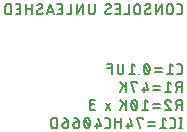
<source format=gbr>
G04 EAGLE Gerber RS-274X export*
G75*
%MOMM*%
%FSLAX34Y34*%
%LPD*%
%INSilkscreen Bottom*%
%IPPOS*%
%AMOC8*
5,1,8,0,0,1.08239X$1,22.5*%
G01*
%ADD10C,0.127000*%


D10*
X160414Y135635D02*
X162389Y135635D01*
X162475Y135637D01*
X162561Y135643D01*
X162647Y135652D01*
X162732Y135665D01*
X162817Y135682D01*
X162900Y135702D01*
X162983Y135726D01*
X163065Y135754D01*
X163145Y135785D01*
X163224Y135820D01*
X163301Y135858D01*
X163377Y135900D01*
X163451Y135944D01*
X163522Y135992D01*
X163592Y136043D01*
X163659Y136097D01*
X163724Y136154D01*
X163786Y136214D01*
X163846Y136276D01*
X163903Y136341D01*
X163957Y136408D01*
X164008Y136478D01*
X164056Y136549D01*
X164100Y136623D01*
X164142Y136699D01*
X164180Y136776D01*
X164215Y136855D01*
X164246Y136935D01*
X164274Y137017D01*
X164298Y137100D01*
X164318Y137183D01*
X164335Y137268D01*
X164348Y137353D01*
X164357Y137439D01*
X164363Y137525D01*
X164365Y137611D01*
X164365Y142549D01*
X164363Y142638D01*
X164357Y142726D01*
X164347Y142814D01*
X164333Y142902D01*
X164315Y142989D01*
X164294Y143075D01*
X164268Y143160D01*
X164239Y143243D01*
X164206Y143326D01*
X164169Y143406D01*
X164129Y143485D01*
X164085Y143562D01*
X164038Y143638D01*
X163988Y143710D01*
X163934Y143781D01*
X163877Y143849D01*
X163817Y143915D01*
X163755Y143977D01*
X163689Y144037D01*
X163621Y144094D01*
X163550Y144148D01*
X163478Y144198D01*
X163403Y144245D01*
X163325Y144289D01*
X163246Y144329D01*
X163166Y144366D01*
X163083Y144399D01*
X163000Y144428D01*
X162915Y144454D01*
X162829Y144475D01*
X162742Y144493D01*
X162654Y144507D01*
X162566Y144517D01*
X162478Y144523D01*
X162389Y144525D01*
X160414Y144525D01*
X156711Y142056D02*
X156711Y138104D01*
X156711Y142056D02*
X156709Y142154D01*
X156703Y142252D01*
X156693Y142350D01*
X156680Y142447D01*
X156662Y142544D01*
X156641Y142640D01*
X156616Y142734D01*
X156587Y142828D01*
X156555Y142921D01*
X156518Y143012D01*
X156479Y143102D01*
X156435Y143190D01*
X156388Y143276D01*
X156338Y143361D01*
X156285Y143443D01*
X156228Y143523D01*
X156168Y143601D01*
X156105Y143676D01*
X156039Y143749D01*
X155970Y143819D01*
X155899Y143886D01*
X155825Y143951D01*
X155748Y144012D01*
X155669Y144071D01*
X155588Y144126D01*
X155505Y144178D01*
X155419Y144226D01*
X155332Y144271D01*
X155243Y144313D01*
X155153Y144351D01*
X155061Y144385D01*
X154968Y144416D01*
X154873Y144443D01*
X154778Y144466D01*
X154681Y144486D01*
X154585Y144501D01*
X154487Y144513D01*
X154389Y144521D01*
X154291Y144525D01*
X154193Y144525D01*
X154095Y144521D01*
X153997Y144513D01*
X153899Y144501D01*
X153803Y144486D01*
X153706Y144466D01*
X153611Y144443D01*
X153516Y144416D01*
X153423Y144385D01*
X153331Y144351D01*
X153241Y144313D01*
X153152Y144271D01*
X153065Y144226D01*
X152979Y144178D01*
X152896Y144126D01*
X152815Y144071D01*
X152736Y144012D01*
X152659Y143951D01*
X152585Y143886D01*
X152514Y143819D01*
X152445Y143749D01*
X152379Y143676D01*
X152316Y143601D01*
X152256Y143523D01*
X152199Y143443D01*
X152146Y143361D01*
X152096Y143276D01*
X152049Y143190D01*
X152005Y143102D01*
X151966Y143012D01*
X151929Y142921D01*
X151897Y142828D01*
X151868Y142734D01*
X151843Y142640D01*
X151822Y142544D01*
X151804Y142447D01*
X151791Y142350D01*
X151781Y142252D01*
X151775Y142154D01*
X151773Y142056D01*
X151772Y142056D02*
X151772Y138104D01*
X151773Y138104D02*
X151775Y138006D01*
X151781Y137908D01*
X151791Y137810D01*
X151804Y137713D01*
X151822Y137616D01*
X151843Y137520D01*
X151868Y137426D01*
X151897Y137332D01*
X151929Y137239D01*
X151966Y137148D01*
X152005Y137058D01*
X152049Y136970D01*
X152096Y136884D01*
X152146Y136799D01*
X152199Y136717D01*
X152256Y136637D01*
X152316Y136559D01*
X152379Y136484D01*
X152445Y136411D01*
X152514Y136341D01*
X152585Y136274D01*
X152659Y136209D01*
X152736Y136148D01*
X152815Y136089D01*
X152896Y136034D01*
X152979Y135982D01*
X153065Y135934D01*
X153152Y135889D01*
X153241Y135847D01*
X153331Y135809D01*
X153423Y135775D01*
X153516Y135744D01*
X153611Y135717D01*
X153706Y135694D01*
X153803Y135674D01*
X153899Y135659D01*
X153997Y135647D01*
X154095Y135639D01*
X154193Y135635D01*
X154291Y135635D01*
X154389Y135639D01*
X154487Y135647D01*
X154585Y135659D01*
X154681Y135674D01*
X154778Y135694D01*
X154873Y135717D01*
X154968Y135744D01*
X155061Y135775D01*
X155153Y135809D01*
X155243Y135847D01*
X155332Y135889D01*
X155419Y135934D01*
X155505Y135982D01*
X155588Y136034D01*
X155669Y136089D01*
X155748Y136148D01*
X155825Y136209D01*
X155899Y136274D01*
X155970Y136341D01*
X156039Y136411D01*
X156105Y136484D01*
X156168Y136559D01*
X156228Y136637D01*
X156285Y136717D01*
X156338Y136799D01*
X156388Y136884D01*
X156435Y136970D01*
X156479Y137058D01*
X156518Y137148D01*
X156555Y137239D01*
X156587Y137332D01*
X156616Y137426D01*
X156641Y137520D01*
X156662Y137616D01*
X156680Y137713D01*
X156693Y137810D01*
X156703Y137908D01*
X156709Y138006D01*
X156711Y138104D01*
X147262Y135635D02*
X147262Y144525D01*
X142323Y135635D01*
X142323Y144525D01*
X135155Y135635D02*
X135069Y135637D01*
X134983Y135643D01*
X134897Y135652D01*
X134812Y135665D01*
X134727Y135682D01*
X134644Y135702D01*
X134561Y135726D01*
X134479Y135754D01*
X134399Y135785D01*
X134320Y135820D01*
X134243Y135858D01*
X134167Y135900D01*
X134093Y135944D01*
X134022Y135992D01*
X133952Y136043D01*
X133885Y136097D01*
X133820Y136154D01*
X133758Y136214D01*
X133698Y136276D01*
X133641Y136341D01*
X133587Y136408D01*
X133536Y136478D01*
X133488Y136549D01*
X133444Y136623D01*
X133402Y136699D01*
X133364Y136776D01*
X133329Y136855D01*
X133298Y136935D01*
X133270Y137017D01*
X133246Y137100D01*
X133226Y137183D01*
X133209Y137268D01*
X133196Y137353D01*
X133187Y137439D01*
X133181Y137525D01*
X133179Y137611D01*
X135155Y135635D02*
X135282Y135637D01*
X135408Y135643D01*
X135535Y135652D01*
X135661Y135666D01*
X135786Y135683D01*
X135911Y135704D01*
X136035Y135729D01*
X136159Y135758D01*
X136281Y135790D01*
X136403Y135826D01*
X136523Y135866D01*
X136642Y135909D01*
X136760Y135956D01*
X136876Y136007D01*
X136991Y136061D01*
X137104Y136118D01*
X137215Y136179D01*
X137324Y136243D01*
X137431Y136311D01*
X137537Y136381D01*
X137640Y136455D01*
X137740Y136532D01*
X137838Y136612D01*
X137934Y136695D01*
X138028Y136781D01*
X138118Y136870D01*
X137872Y142549D02*
X137870Y142635D01*
X137864Y142721D01*
X137855Y142807D01*
X137842Y142892D01*
X137825Y142977D01*
X137805Y143060D01*
X137781Y143143D01*
X137753Y143225D01*
X137722Y143305D01*
X137687Y143384D01*
X137649Y143461D01*
X137607Y143537D01*
X137563Y143611D01*
X137515Y143682D01*
X137464Y143752D01*
X137410Y143819D01*
X137353Y143884D01*
X137293Y143946D01*
X137231Y144006D01*
X137166Y144063D01*
X137099Y144117D01*
X137029Y144168D01*
X136958Y144216D01*
X136884Y144260D01*
X136808Y144302D01*
X136731Y144340D01*
X136652Y144375D01*
X136572Y144406D01*
X136490Y144434D01*
X136407Y144458D01*
X136324Y144478D01*
X136239Y144495D01*
X136154Y144508D01*
X136068Y144517D01*
X135982Y144523D01*
X135896Y144525D01*
X135777Y144523D01*
X135658Y144517D01*
X135539Y144508D01*
X135421Y144494D01*
X135303Y144477D01*
X135185Y144456D01*
X135069Y144431D01*
X134953Y144403D01*
X134838Y144371D01*
X134725Y144335D01*
X134612Y144295D01*
X134501Y144252D01*
X134391Y144206D01*
X134283Y144156D01*
X134177Y144102D01*
X134072Y144045D01*
X133970Y143985D01*
X133869Y143921D01*
X133770Y143854D01*
X133674Y143784D01*
X136883Y140821D02*
X136957Y140866D01*
X137029Y140915D01*
X137099Y140967D01*
X137166Y141022D01*
X137231Y141080D01*
X137293Y141140D01*
X137353Y141203D01*
X137409Y141269D01*
X137463Y141337D01*
X137514Y141407D01*
X137562Y141479D01*
X137607Y141554D01*
X137648Y141630D01*
X137686Y141708D01*
X137721Y141788D01*
X137752Y141869D01*
X137780Y141951D01*
X137804Y142034D01*
X137824Y142118D01*
X137841Y142204D01*
X137854Y142289D01*
X137863Y142376D01*
X137869Y142462D01*
X137871Y142549D01*
X134168Y139339D02*
X134094Y139294D01*
X134022Y139245D01*
X133952Y139193D01*
X133885Y139138D01*
X133820Y139080D01*
X133758Y139020D01*
X133699Y138957D01*
X133642Y138891D01*
X133588Y138823D01*
X133537Y138753D01*
X133489Y138681D01*
X133444Y138606D01*
X133403Y138530D01*
X133365Y138452D01*
X133330Y138372D01*
X133299Y138291D01*
X133271Y138209D01*
X133247Y138126D01*
X133227Y138042D01*
X133210Y137956D01*
X133197Y137871D01*
X133188Y137784D01*
X133182Y137698D01*
X133180Y137611D01*
X134167Y139339D02*
X136884Y140821D01*
X129279Y142056D02*
X129279Y138104D01*
X129279Y142056D02*
X129277Y142154D01*
X129271Y142252D01*
X129261Y142350D01*
X129248Y142447D01*
X129230Y142544D01*
X129209Y142640D01*
X129184Y142734D01*
X129155Y142828D01*
X129123Y142921D01*
X129086Y143012D01*
X129047Y143102D01*
X129003Y143190D01*
X128956Y143276D01*
X128906Y143361D01*
X128853Y143443D01*
X128796Y143523D01*
X128736Y143601D01*
X128673Y143676D01*
X128607Y143749D01*
X128538Y143819D01*
X128467Y143886D01*
X128393Y143951D01*
X128316Y144012D01*
X128237Y144071D01*
X128156Y144126D01*
X128073Y144178D01*
X127987Y144226D01*
X127900Y144271D01*
X127811Y144313D01*
X127721Y144351D01*
X127629Y144385D01*
X127536Y144416D01*
X127441Y144443D01*
X127346Y144466D01*
X127249Y144486D01*
X127153Y144501D01*
X127055Y144513D01*
X126957Y144521D01*
X126859Y144525D01*
X126761Y144525D01*
X126663Y144521D01*
X126565Y144513D01*
X126467Y144501D01*
X126371Y144486D01*
X126274Y144466D01*
X126179Y144443D01*
X126084Y144416D01*
X125991Y144385D01*
X125899Y144351D01*
X125809Y144313D01*
X125720Y144271D01*
X125633Y144226D01*
X125547Y144178D01*
X125464Y144126D01*
X125383Y144071D01*
X125304Y144012D01*
X125227Y143951D01*
X125153Y143886D01*
X125082Y143819D01*
X125013Y143749D01*
X124947Y143676D01*
X124884Y143601D01*
X124824Y143523D01*
X124767Y143443D01*
X124714Y143361D01*
X124664Y143276D01*
X124617Y143190D01*
X124573Y143102D01*
X124534Y143012D01*
X124497Y142921D01*
X124465Y142828D01*
X124436Y142734D01*
X124411Y142640D01*
X124390Y142544D01*
X124372Y142447D01*
X124359Y142350D01*
X124349Y142252D01*
X124343Y142154D01*
X124341Y142056D01*
X124340Y142056D02*
X124340Y138104D01*
X124341Y138104D02*
X124343Y138006D01*
X124349Y137908D01*
X124359Y137810D01*
X124372Y137713D01*
X124390Y137616D01*
X124411Y137520D01*
X124436Y137426D01*
X124465Y137332D01*
X124497Y137239D01*
X124534Y137148D01*
X124573Y137058D01*
X124617Y136970D01*
X124664Y136884D01*
X124714Y136799D01*
X124767Y136717D01*
X124824Y136637D01*
X124884Y136559D01*
X124947Y136484D01*
X125013Y136411D01*
X125082Y136341D01*
X125153Y136274D01*
X125227Y136209D01*
X125304Y136148D01*
X125383Y136089D01*
X125464Y136034D01*
X125547Y135982D01*
X125633Y135934D01*
X125720Y135889D01*
X125809Y135847D01*
X125899Y135809D01*
X125991Y135775D01*
X126084Y135744D01*
X126179Y135717D01*
X126274Y135694D01*
X126371Y135674D01*
X126467Y135659D01*
X126565Y135647D01*
X126663Y135639D01*
X126761Y135635D01*
X126859Y135635D01*
X126957Y135639D01*
X127055Y135647D01*
X127153Y135659D01*
X127249Y135674D01*
X127346Y135694D01*
X127441Y135717D01*
X127536Y135744D01*
X127629Y135775D01*
X127721Y135809D01*
X127811Y135847D01*
X127900Y135889D01*
X127987Y135934D01*
X128073Y135982D01*
X128156Y136034D01*
X128237Y136089D01*
X128316Y136148D01*
X128393Y136209D01*
X128467Y136274D01*
X128538Y136341D01*
X128607Y136411D01*
X128673Y136484D01*
X128736Y136559D01*
X128796Y136637D01*
X128853Y136717D01*
X128906Y136799D01*
X128956Y136884D01*
X129003Y136970D01*
X129047Y137058D01*
X129086Y137148D01*
X129123Y137239D01*
X129155Y137332D01*
X129184Y137426D01*
X129209Y137520D01*
X129230Y137616D01*
X129248Y137713D01*
X129261Y137810D01*
X129271Y137908D01*
X129277Y138006D01*
X129279Y138104D01*
X119807Y135635D02*
X119807Y144525D01*
X119807Y135635D02*
X115856Y135635D01*
X111882Y135635D02*
X107931Y135635D01*
X111882Y135635D02*
X111882Y144525D01*
X107931Y144525D01*
X108919Y140574D02*
X111882Y140574D01*
X101627Y135635D02*
X101541Y135637D01*
X101455Y135643D01*
X101369Y135652D01*
X101284Y135665D01*
X101199Y135682D01*
X101116Y135702D01*
X101033Y135726D01*
X100951Y135754D01*
X100871Y135785D01*
X100792Y135820D01*
X100715Y135858D01*
X100639Y135900D01*
X100565Y135944D01*
X100494Y135992D01*
X100424Y136043D01*
X100357Y136097D01*
X100292Y136154D01*
X100230Y136214D01*
X100170Y136276D01*
X100113Y136341D01*
X100059Y136408D01*
X100008Y136478D01*
X99960Y136549D01*
X99916Y136623D01*
X99874Y136699D01*
X99836Y136776D01*
X99801Y136855D01*
X99770Y136935D01*
X99742Y137017D01*
X99718Y137100D01*
X99698Y137183D01*
X99681Y137268D01*
X99668Y137353D01*
X99659Y137439D01*
X99653Y137525D01*
X99651Y137611D01*
X101627Y135635D02*
X101754Y135637D01*
X101880Y135643D01*
X102007Y135652D01*
X102133Y135666D01*
X102258Y135683D01*
X102383Y135704D01*
X102507Y135729D01*
X102631Y135758D01*
X102753Y135790D01*
X102875Y135826D01*
X102995Y135866D01*
X103114Y135909D01*
X103232Y135956D01*
X103348Y136007D01*
X103463Y136061D01*
X103576Y136118D01*
X103687Y136179D01*
X103796Y136243D01*
X103903Y136311D01*
X104009Y136381D01*
X104112Y136455D01*
X104212Y136532D01*
X104310Y136612D01*
X104406Y136695D01*
X104500Y136781D01*
X104590Y136870D01*
X104344Y142549D02*
X104342Y142635D01*
X104336Y142721D01*
X104327Y142807D01*
X104314Y142892D01*
X104297Y142977D01*
X104277Y143060D01*
X104253Y143143D01*
X104225Y143225D01*
X104194Y143305D01*
X104159Y143384D01*
X104121Y143461D01*
X104079Y143537D01*
X104035Y143611D01*
X103987Y143682D01*
X103936Y143752D01*
X103882Y143819D01*
X103825Y143884D01*
X103765Y143946D01*
X103703Y144006D01*
X103638Y144063D01*
X103571Y144117D01*
X103501Y144168D01*
X103430Y144216D01*
X103356Y144260D01*
X103280Y144302D01*
X103203Y144340D01*
X103124Y144375D01*
X103044Y144406D01*
X102962Y144434D01*
X102879Y144458D01*
X102796Y144478D01*
X102711Y144495D01*
X102626Y144508D01*
X102540Y144517D01*
X102454Y144523D01*
X102368Y144525D01*
X102249Y144523D01*
X102130Y144517D01*
X102011Y144508D01*
X101893Y144494D01*
X101775Y144477D01*
X101657Y144456D01*
X101541Y144431D01*
X101425Y144403D01*
X101310Y144371D01*
X101197Y144335D01*
X101084Y144295D01*
X100973Y144252D01*
X100863Y144206D01*
X100755Y144156D01*
X100649Y144102D01*
X100544Y144045D01*
X100442Y143985D01*
X100341Y143921D01*
X100242Y143854D01*
X100146Y143784D01*
X103355Y140821D02*
X103429Y140866D01*
X103501Y140915D01*
X103571Y140967D01*
X103638Y141022D01*
X103703Y141080D01*
X103765Y141140D01*
X103825Y141203D01*
X103881Y141269D01*
X103935Y141337D01*
X103986Y141407D01*
X104034Y141479D01*
X104079Y141554D01*
X104120Y141630D01*
X104158Y141708D01*
X104193Y141788D01*
X104224Y141869D01*
X104252Y141951D01*
X104276Y142034D01*
X104296Y142118D01*
X104313Y142204D01*
X104326Y142289D01*
X104335Y142376D01*
X104341Y142462D01*
X104343Y142549D01*
X100640Y139339D02*
X100566Y139294D01*
X100494Y139245D01*
X100424Y139193D01*
X100357Y139138D01*
X100292Y139080D01*
X100230Y139020D01*
X100171Y138957D01*
X100114Y138891D01*
X100060Y138823D01*
X100009Y138753D01*
X99961Y138681D01*
X99916Y138606D01*
X99875Y138530D01*
X99837Y138452D01*
X99802Y138372D01*
X99771Y138291D01*
X99743Y138209D01*
X99719Y138126D01*
X99699Y138042D01*
X99682Y137956D01*
X99669Y137871D01*
X99660Y137784D01*
X99654Y137698D01*
X99652Y137611D01*
X100639Y139339D02*
X103356Y140821D01*
X90570Y138104D02*
X90570Y144525D01*
X90569Y138104D02*
X90567Y138006D01*
X90561Y137908D01*
X90551Y137810D01*
X90538Y137713D01*
X90520Y137616D01*
X90499Y137520D01*
X90474Y137426D01*
X90445Y137332D01*
X90413Y137239D01*
X90376Y137148D01*
X90337Y137058D01*
X90293Y136970D01*
X90246Y136884D01*
X90196Y136799D01*
X90143Y136717D01*
X90086Y136637D01*
X90026Y136559D01*
X89963Y136484D01*
X89897Y136411D01*
X89828Y136341D01*
X89757Y136274D01*
X89683Y136209D01*
X89606Y136148D01*
X89527Y136089D01*
X89446Y136034D01*
X89363Y135982D01*
X89277Y135934D01*
X89190Y135889D01*
X89101Y135847D01*
X89011Y135809D01*
X88919Y135775D01*
X88826Y135744D01*
X88731Y135717D01*
X88636Y135694D01*
X88539Y135674D01*
X88443Y135659D01*
X88345Y135647D01*
X88247Y135639D01*
X88149Y135635D01*
X88051Y135635D01*
X87953Y135639D01*
X87855Y135647D01*
X87757Y135659D01*
X87661Y135674D01*
X87564Y135694D01*
X87469Y135717D01*
X87374Y135744D01*
X87281Y135775D01*
X87189Y135809D01*
X87099Y135847D01*
X87010Y135889D01*
X86923Y135934D01*
X86837Y135982D01*
X86754Y136034D01*
X86673Y136089D01*
X86594Y136148D01*
X86517Y136209D01*
X86443Y136274D01*
X86372Y136341D01*
X86303Y136411D01*
X86237Y136484D01*
X86174Y136559D01*
X86114Y136637D01*
X86057Y136717D01*
X86004Y136799D01*
X85954Y136884D01*
X85907Y136970D01*
X85863Y137058D01*
X85824Y137148D01*
X85787Y137239D01*
X85755Y137332D01*
X85726Y137426D01*
X85701Y137520D01*
X85680Y137616D01*
X85662Y137713D01*
X85649Y137810D01*
X85639Y137908D01*
X85633Y138006D01*
X85631Y138104D01*
X85631Y144525D01*
X80816Y144525D02*
X80816Y135635D01*
X75877Y135635D02*
X80816Y144525D01*
X75877Y144525D02*
X75877Y135635D01*
X71039Y135635D02*
X71039Y144525D01*
X71039Y135635D02*
X67088Y135635D01*
X63115Y135635D02*
X59164Y135635D01*
X63115Y135635D02*
X63115Y144525D01*
X59164Y144525D01*
X60151Y140574D02*
X63115Y140574D01*
X56012Y135635D02*
X53048Y144525D01*
X50085Y135635D01*
X50826Y137858D02*
X55271Y137858D01*
X43715Y135635D02*
X43629Y135637D01*
X43543Y135643D01*
X43457Y135652D01*
X43372Y135665D01*
X43287Y135682D01*
X43204Y135702D01*
X43121Y135726D01*
X43039Y135754D01*
X42959Y135785D01*
X42880Y135820D01*
X42803Y135858D01*
X42727Y135900D01*
X42653Y135944D01*
X42582Y135992D01*
X42512Y136043D01*
X42445Y136097D01*
X42380Y136154D01*
X42318Y136214D01*
X42258Y136276D01*
X42201Y136341D01*
X42147Y136408D01*
X42096Y136478D01*
X42048Y136549D01*
X42004Y136623D01*
X41962Y136699D01*
X41924Y136776D01*
X41889Y136855D01*
X41858Y136935D01*
X41830Y137017D01*
X41806Y137100D01*
X41786Y137183D01*
X41769Y137268D01*
X41756Y137353D01*
X41747Y137439D01*
X41741Y137525D01*
X41739Y137611D01*
X43715Y135635D02*
X43842Y135637D01*
X43968Y135643D01*
X44095Y135652D01*
X44221Y135666D01*
X44346Y135683D01*
X44471Y135704D01*
X44595Y135729D01*
X44719Y135758D01*
X44841Y135790D01*
X44963Y135826D01*
X45083Y135866D01*
X45202Y135909D01*
X45320Y135956D01*
X45436Y136007D01*
X45551Y136061D01*
X45664Y136118D01*
X45775Y136179D01*
X45884Y136243D01*
X45991Y136311D01*
X46097Y136381D01*
X46200Y136455D01*
X46300Y136532D01*
X46398Y136612D01*
X46494Y136695D01*
X46588Y136781D01*
X46678Y136870D01*
X46432Y142549D02*
X46430Y142635D01*
X46424Y142721D01*
X46415Y142807D01*
X46402Y142892D01*
X46385Y142977D01*
X46365Y143060D01*
X46341Y143143D01*
X46313Y143225D01*
X46282Y143305D01*
X46247Y143384D01*
X46209Y143461D01*
X46167Y143537D01*
X46123Y143611D01*
X46075Y143682D01*
X46024Y143752D01*
X45970Y143819D01*
X45913Y143884D01*
X45853Y143946D01*
X45791Y144006D01*
X45726Y144063D01*
X45659Y144117D01*
X45589Y144168D01*
X45518Y144216D01*
X45444Y144260D01*
X45368Y144302D01*
X45291Y144340D01*
X45212Y144375D01*
X45132Y144406D01*
X45050Y144434D01*
X44967Y144458D01*
X44884Y144478D01*
X44799Y144495D01*
X44714Y144508D01*
X44628Y144517D01*
X44542Y144523D01*
X44456Y144525D01*
X44337Y144523D01*
X44218Y144517D01*
X44099Y144508D01*
X43981Y144494D01*
X43863Y144477D01*
X43745Y144456D01*
X43629Y144431D01*
X43513Y144403D01*
X43398Y144371D01*
X43285Y144335D01*
X43172Y144295D01*
X43061Y144252D01*
X42951Y144206D01*
X42843Y144156D01*
X42737Y144102D01*
X42632Y144045D01*
X42530Y143985D01*
X42429Y143921D01*
X42330Y143854D01*
X42234Y143784D01*
X45443Y140821D02*
X45517Y140866D01*
X45589Y140915D01*
X45659Y140967D01*
X45726Y141022D01*
X45791Y141080D01*
X45853Y141140D01*
X45913Y141203D01*
X45969Y141269D01*
X46023Y141337D01*
X46074Y141407D01*
X46122Y141479D01*
X46167Y141554D01*
X46208Y141630D01*
X46246Y141708D01*
X46281Y141788D01*
X46312Y141869D01*
X46340Y141951D01*
X46364Y142034D01*
X46384Y142118D01*
X46401Y142204D01*
X46414Y142289D01*
X46423Y142376D01*
X46429Y142462D01*
X46431Y142549D01*
X42728Y139339D02*
X42654Y139294D01*
X42582Y139245D01*
X42512Y139193D01*
X42445Y139138D01*
X42380Y139080D01*
X42318Y139020D01*
X42259Y138957D01*
X42202Y138891D01*
X42148Y138823D01*
X42097Y138753D01*
X42049Y138681D01*
X42004Y138606D01*
X41963Y138530D01*
X41925Y138452D01*
X41890Y138372D01*
X41859Y138291D01*
X41831Y138209D01*
X41807Y138126D01*
X41787Y138042D01*
X41770Y137956D01*
X41757Y137871D01*
X41748Y137784D01*
X41742Y137698D01*
X41740Y137611D01*
X42728Y139339D02*
X45444Y140821D01*
X37535Y144525D02*
X37535Y135635D01*
X37535Y140574D02*
X32596Y140574D01*
X32596Y144525D02*
X32596Y135635D01*
X27758Y135635D02*
X23807Y135635D01*
X27758Y135635D02*
X27758Y144525D01*
X23807Y144525D01*
X24795Y140574D02*
X27758Y140574D01*
X19856Y144525D02*
X19856Y135635D01*
X19856Y144525D02*
X17387Y144525D01*
X17290Y144523D01*
X17193Y144517D01*
X17097Y144508D01*
X17001Y144495D01*
X16905Y144478D01*
X16811Y144457D01*
X16717Y144432D01*
X16624Y144404D01*
X16532Y144372D01*
X16442Y144337D01*
X16353Y144298D01*
X16266Y144256D01*
X16181Y144210D01*
X16097Y144161D01*
X16015Y144109D01*
X15936Y144053D01*
X15858Y143995D01*
X15784Y143933D01*
X15711Y143869D01*
X15641Y143802D01*
X15574Y143732D01*
X15510Y143659D01*
X15448Y143585D01*
X15390Y143507D01*
X15334Y143428D01*
X15282Y143346D01*
X15233Y143262D01*
X15187Y143177D01*
X15145Y143090D01*
X15106Y143001D01*
X15071Y142911D01*
X15039Y142819D01*
X15011Y142726D01*
X14986Y142632D01*
X14965Y142538D01*
X14948Y142442D01*
X14935Y142346D01*
X14926Y142250D01*
X14920Y142153D01*
X14918Y142056D01*
X14917Y142056D02*
X14917Y138104D01*
X14918Y138104D02*
X14920Y138007D01*
X14926Y137910D01*
X14935Y137814D01*
X14948Y137718D01*
X14965Y137622D01*
X14986Y137528D01*
X15011Y137434D01*
X15039Y137341D01*
X15071Y137249D01*
X15106Y137159D01*
X15145Y137070D01*
X15187Y136983D01*
X15233Y136898D01*
X15282Y136814D01*
X15334Y136732D01*
X15390Y136653D01*
X15448Y136575D01*
X15510Y136501D01*
X15574Y136428D01*
X15641Y136358D01*
X15711Y136291D01*
X15784Y136227D01*
X15858Y136165D01*
X15936Y136107D01*
X16015Y136051D01*
X16097Y135999D01*
X16181Y135950D01*
X16266Y135904D01*
X16353Y135862D01*
X16442Y135823D01*
X16532Y135788D01*
X16624Y135756D01*
X16717Y135728D01*
X16811Y135703D01*
X16905Y135682D01*
X17001Y135665D01*
X17097Y135652D01*
X17193Y135643D01*
X17290Y135637D01*
X17387Y135635D01*
X19856Y135635D01*
X160414Y85105D02*
X162389Y85105D01*
X162475Y85107D01*
X162561Y85113D01*
X162647Y85122D01*
X162732Y85135D01*
X162817Y85152D01*
X162900Y85172D01*
X162983Y85196D01*
X163065Y85224D01*
X163145Y85255D01*
X163224Y85290D01*
X163301Y85328D01*
X163377Y85370D01*
X163451Y85414D01*
X163522Y85462D01*
X163592Y85513D01*
X163659Y85567D01*
X163724Y85624D01*
X163786Y85684D01*
X163846Y85746D01*
X163903Y85811D01*
X163957Y85878D01*
X164008Y85948D01*
X164056Y86019D01*
X164100Y86093D01*
X164142Y86169D01*
X164180Y86246D01*
X164215Y86325D01*
X164246Y86405D01*
X164274Y86487D01*
X164298Y86570D01*
X164318Y86653D01*
X164335Y86738D01*
X164348Y86823D01*
X164357Y86909D01*
X164363Y86995D01*
X164365Y87081D01*
X164365Y92019D01*
X164363Y92108D01*
X164357Y92196D01*
X164347Y92284D01*
X164333Y92372D01*
X164315Y92459D01*
X164294Y92545D01*
X164268Y92630D01*
X164239Y92713D01*
X164206Y92796D01*
X164169Y92876D01*
X164129Y92955D01*
X164085Y93032D01*
X164038Y93108D01*
X163988Y93180D01*
X163934Y93251D01*
X163877Y93319D01*
X163817Y93385D01*
X163755Y93447D01*
X163689Y93507D01*
X163621Y93564D01*
X163550Y93618D01*
X163478Y93668D01*
X163403Y93715D01*
X163325Y93759D01*
X163246Y93799D01*
X163166Y93836D01*
X163083Y93869D01*
X163000Y93898D01*
X162915Y93924D01*
X162829Y93945D01*
X162742Y93963D01*
X162654Y93977D01*
X162566Y93987D01*
X162478Y93993D01*
X162389Y93995D01*
X160414Y93995D01*
X156711Y92019D02*
X154242Y93995D01*
X154242Y85105D01*
X156711Y85105D02*
X151772Y85105D01*
X147451Y87081D02*
X141525Y87081D01*
X141525Y90044D02*
X147451Y90044D01*
X137204Y89550D02*
X137202Y89725D01*
X137196Y89900D01*
X137185Y90074D01*
X137171Y90249D01*
X137152Y90422D01*
X137129Y90596D01*
X137102Y90769D01*
X137071Y90941D01*
X137036Y91112D01*
X136996Y91282D01*
X136953Y91452D01*
X136905Y91620D01*
X136854Y91787D01*
X136799Y91953D01*
X136739Y92118D01*
X136676Y92281D01*
X136609Y92442D01*
X136538Y92602D01*
X136463Y92760D01*
X136462Y92761D02*
X136433Y92839D01*
X136401Y92917D01*
X136364Y92992D01*
X136325Y93066D01*
X136282Y93138D01*
X136236Y93209D01*
X136186Y93276D01*
X136134Y93342D01*
X136079Y93405D01*
X136020Y93465D01*
X135959Y93523D01*
X135896Y93578D01*
X135830Y93630D01*
X135761Y93679D01*
X135691Y93724D01*
X135619Y93767D01*
X135544Y93806D01*
X135468Y93841D01*
X135391Y93873D01*
X135312Y93901D01*
X135231Y93926D01*
X135150Y93947D01*
X135068Y93964D01*
X134985Y93978D01*
X134902Y93987D01*
X134818Y93993D01*
X134734Y93995D01*
X134650Y93993D01*
X134566Y93987D01*
X134483Y93978D01*
X134400Y93964D01*
X134318Y93947D01*
X134237Y93926D01*
X134156Y93901D01*
X134077Y93873D01*
X134000Y93841D01*
X133924Y93806D01*
X133849Y93767D01*
X133777Y93724D01*
X133706Y93679D01*
X133638Y93630D01*
X133572Y93578D01*
X133509Y93523D01*
X133448Y93465D01*
X133389Y93405D01*
X133334Y93342D01*
X133282Y93276D01*
X133232Y93209D01*
X133186Y93138D01*
X133143Y93066D01*
X133104Y92992D01*
X133067Y92917D01*
X133035Y92839D01*
X133006Y92761D01*
X133006Y92760D02*
X132931Y92602D01*
X132860Y92442D01*
X132793Y92281D01*
X132730Y92118D01*
X132670Y91953D01*
X132615Y91787D01*
X132564Y91620D01*
X132516Y91452D01*
X132473Y91282D01*
X132433Y91112D01*
X132398Y90941D01*
X132367Y90769D01*
X132340Y90596D01*
X132317Y90422D01*
X132298Y90249D01*
X132284Y90074D01*
X132273Y89900D01*
X132267Y89725D01*
X132265Y89550D01*
X137204Y89550D02*
X137202Y89375D01*
X137196Y89200D01*
X137185Y89026D01*
X137171Y88851D01*
X137152Y88678D01*
X137129Y88504D01*
X137102Y88331D01*
X137071Y88159D01*
X137036Y87988D01*
X136996Y87818D01*
X136953Y87648D01*
X136905Y87480D01*
X136854Y87313D01*
X136799Y87147D01*
X136739Y86982D01*
X136676Y86819D01*
X136609Y86658D01*
X136538Y86498D01*
X136463Y86340D01*
X136462Y86339D02*
X136433Y86261D01*
X136401Y86183D01*
X136364Y86108D01*
X136325Y86034D01*
X136282Y85961D01*
X136236Y85891D01*
X136186Y85824D01*
X136134Y85758D01*
X136078Y85695D01*
X136020Y85635D01*
X135959Y85577D01*
X135896Y85522D01*
X135830Y85470D01*
X135761Y85421D01*
X135691Y85376D01*
X135619Y85333D01*
X135544Y85294D01*
X135468Y85259D01*
X135391Y85227D01*
X135312Y85199D01*
X135231Y85174D01*
X135150Y85153D01*
X135068Y85136D01*
X134985Y85122D01*
X134902Y85113D01*
X134818Y85107D01*
X134734Y85105D01*
X133006Y86340D02*
X132931Y86498D01*
X132860Y86658D01*
X132793Y86819D01*
X132730Y86982D01*
X132670Y87147D01*
X132615Y87313D01*
X132564Y87480D01*
X132516Y87648D01*
X132473Y87818D01*
X132433Y87988D01*
X132398Y88159D01*
X132367Y88331D01*
X132340Y88504D01*
X132317Y88678D01*
X132298Y88851D01*
X132284Y89026D01*
X132273Y89200D01*
X132267Y89375D01*
X132265Y89550D01*
X133006Y86339D02*
X133035Y86261D01*
X133067Y86183D01*
X133104Y86108D01*
X133143Y86034D01*
X133186Y85961D01*
X133232Y85891D01*
X133282Y85824D01*
X133334Y85758D01*
X133390Y85695D01*
X133448Y85635D01*
X133509Y85577D01*
X133572Y85522D01*
X133638Y85470D01*
X133707Y85421D01*
X133777Y85376D01*
X133849Y85333D01*
X133924Y85294D01*
X134000Y85259D01*
X134077Y85227D01*
X134156Y85199D01*
X134237Y85174D01*
X134318Y85153D01*
X134400Y85136D01*
X134483Y85122D01*
X134566Y85113D01*
X134650Y85107D01*
X134734Y85105D01*
X136710Y87081D02*
X132759Y92019D01*
X128581Y85599D02*
X128581Y85105D01*
X128581Y85599D02*
X128087Y85599D01*
X128087Y85105D01*
X128581Y85105D01*
X124402Y92019D02*
X121933Y93995D01*
X121933Y85105D01*
X124402Y85105D02*
X119463Y85105D01*
X114954Y87574D02*
X114954Y93995D01*
X114953Y87574D02*
X114951Y87476D01*
X114945Y87378D01*
X114935Y87280D01*
X114922Y87183D01*
X114904Y87086D01*
X114883Y86990D01*
X114858Y86896D01*
X114829Y86802D01*
X114797Y86709D01*
X114760Y86618D01*
X114721Y86528D01*
X114677Y86440D01*
X114630Y86354D01*
X114580Y86269D01*
X114527Y86187D01*
X114470Y86107D01*
X114410Y86029D01*
X114347Y85954D01*
X114281Y85881D01*
X114212Y85811D01*
X114141Y85744D01*
X114067Y85679D01*
X113990Y85618D01*
X113911Y85559D01*
X113830Y85504D01*
X113747Y85452D01*
X113661Y85404D01*
X113574Y85359D01*
X113485Y85317D01*
X113395Y85279D01*
X113303Y85245D01*
X113210Y85214D01*
X113115Y85187D01*
X113020Y85164D01*
X112923Y85144D01*
X112827Y85129D01*
X112729Y85117D01*
X112631Y85109D01*
X112533Y85105D01*
X112435Y85105D01*
X112337Y85109D01*
X112239Y85117D01*
X112141Y85129D01*
X112045Y85144D01*
X111948Y85164D01*
X111853Y85187D01*
X111758Y85214D01*
X111665Y85245D01*
X111573Y85279D01*
X111483Y85317D01*
X111394Y85359D01*
X111307Y85404D01*
X111221Y85452D01*
X111138Y85504D01*
X111057Y85559D01*
X110978Y85618D01*
X110901Y85679D01*
X110827Y85744D01*
X110756Y85811D01*
X110687Y85881D01*
X110621Y85954D01*
X110558Y86029D01*
X110498Y86107D01*
X110441Y86187D01*
X110388Y86269D01*
X110338Y86354D01*
X110291Y86440D01*
X110247Y86528D01*
X110208Y86618D01*
X110171Y86709D01*
X110139Y86802D01*
X110110Y86896D01*
X110085Y86990D01*
X110064Y87086D01*
X110046Y87183D01*
X110033Y87280D01*
X110023Y87378D01*
X110017Y87476D01*
X110015Y87574D01*
X110015Y93995D01*
X105177Y93995D02*
X105177Y85105D01*
X105177Y93995D02*
X101226Y93995D01*
X101226Y90044D02*
X105177Y90044D01*
X164365Y78755D02*
X164365Y69865D01*
X164365Y78755D02*
X161896Y78755D01*
X161798Y78753D01*
X161700Y78747D01*
X161602Y78737D01*
X161505Y78724D01*
X161408Y78706D01*
X161312Y78685D01*
X161218Y78660D01*
X161124Y78631D01*
X161031Y78599D01*
X160940Y78562D01*
X160850Y78523D01*
X160762Y78479D01*
X160676Y78432D01*
X160591Y78382D01*
X160509Y78329D01*
X160429Y78272D01*
X160351Y78212D01*
X160276Y78149D01*
X160203Y78083D01*
X160133Y78014D01*
X160066Y77943D01*
X160001Y77869D01*
X159940Y77792D01*
X159881Y77713D01*
X159826Y77632D01*
X159774Y77549D01*
X159726Y77463D01*
X159681Y77376D01*
X159639Y77287D01*
X159601Y77197D01*
X159567Y77105D01*
X159536Y77012D01*
X159509Y76917D01*
X159486Y76822D01*
X159466Y76725D01*
X159451Y76629D01*
X159439Y76531D01*
X159431Y76433D01*
X159427Y76335D01*
X159427Y76237D01*
X159431Y76139D01*
X159439Y76041D01*
X159451Y75943D01*
X159466Y75847D01*
X159486Y75750D01*
X159509Y75655D01*
X159536Y75560D01*
X159567Y75467D01*
X159601Y75375D01*
X159639Y75285D01*
X159681Y75196D01*
X159726Y75109D01*
X159774Y75023D01*
X159826Y74940D01*
X159881Y74859D01*
X159940Y74780D01*
X160001Y74703D01*
X160066Y74629D01*
X160133Y74558D01*
X160203Y74489D01*
X160276Y74423D01*
X160351Y74360D01*
X160429Y74300D01*
X160509Y74243D01*
X160591Y74190D01*
X160676Y74140D01*
X160762Y74093D01*
X160850Y74049D01*
X160940Y74010D01*
X161031Y73973D01*
X161124Y73941D01*
X161218Y73912D01*
X161312Y73887D01*
X161408Y73866D01*
X161505Y73848D01*
X161602Y73835D01*
X161700Y73825D01*
X161798Y73819D01*
X161896Y73817D01*
X161896Y73816D02*
X164365Y73816D01*
X161402Y73816D02*
X159426Y69865D01*
X155296Y76779D02*
X152827Y78755D01*
X152827Y69865D01*
X155296Y69865D02*
X150358Y69865D01*
X146037Y71841D02*
X140110Y71841D01*
X140110Y74804D02*
X146037Y74804D01*
X135789Y71841D02*
X133814Y78755D01*
X135789Y71841D02*
X130850Y71841D01*
X132332Y73816D02*
X132332Y69865D01*
X126645Y77767D02*
X126645Y78755D01*
X121706Y78755D01*
X124176Y69865D01*
X117023Y69865D02*
X117023Y78755D01*
X112084Y78755D02*
X117023Y73322D01*
X115047Y75298D02*
X112084Y69865D01*
X164365Y63515D02*
X164365Y54625D01*
X164365Y63515D02*
X161896Y63515D01*
X161798Y63513D01*
X161700Y63507D01*
X161602Y63497D01*
X161505Y63484D01*
X161408Y63466D01*
X161312Y63445D01*
X161218Y63420D01*
X161124Y63391D01*
X161031Y63359D01*
X160940Y63322D01*
X160850Y63283D01*
X160762Y63239D01*
X160676Y63192D01*
X160591Y63142D01*
X160509Y63089D01*
X160429Y63032D01*
X160351Y62972D01*
X160276Y62909D01*
X160203Y62843D01*
X160133Y62774D01*
X160066Y62703D01*
X160001Y62629D01*
X159940Y62552D01*
X159881Y62473D01*
X159826Y62392D01*
X159774Y62309D01*
X159726Y62223D01*
X159681Y62136D01*
X159639Y62047D01*
X159601Y61957D01*
X159567Y61865D01*
X159536Y61772D01*
X159509Y61677D01*
X159486Y61582D01*
X159466Y61485D01*
X159451Y61389D01*
X159439Y61291D01*
X159431Y61193D01*
X159427Y61095D01*
X159427Y60997D01*
X159431Y60899D01*
X159439Y60801D01*
X159451Y60703D01*
X159466Y60607D01*
X159486Y60510D01*
X159509Y60415D01*
X159536Y60320D01*
X159567Y60227D01*
X159601Y60135D01*
X159639Y60045D01*
X159681Y59956D01*
X159726Y59869D01*
X159774Y59783D01*
X159826Y59700D01*
X159881Y59619D01*
X159940Y59540D01*
X160001Y59463D01*
X160066Y59389D01*
X160133Y59318D01*
X160203Y59249D01*
X160276Y59183D01*
X160351Y59120D01*
X160429Y59060D01*
X160509Y59003D01*
X160591Y58950D01*
X160676Y58900D01*
X160762Y58853D01*
X160850Y58809D01*
X160940Y58770D01*
X161031Y58733D01*
X161124Y58701D01*
X161218Y58672D01*
X161312Y58647D01*
X161408Y58626D01*
X161505Y58608D01*
X161602Y58595D01*
X161700Y58585D01*
X161798Y58579D01*
X161896Y58577D01*
X161896Y58576D02*
X164365Y58576D01*
X161402Y58576D02*
X159426Y54625D01*
X152580Y63516D02*
X152488Y63514D01*
X152396Y63508D01*
X152305Y63499D01*
X152214Y63486D01*
X152124Y63469D01*
X152034Y63448D01*
X151946Y63424D01*
X151858Y63396D01*
X151772Y63364D01*
X151687Y63329D01*
X151604Y63290D01*
X151522Y63248D01*
X151442Y63203D01*
X151364Y63154D01*
X151288Y63102D01*
X151215Y63047D01*
X151143Y62989D01*
X151074Y62929D01*
X151008Y62865D01*
X150944Y62799D01*
X150884Y62730D01*
X150826Y62658D01*
X150771Y62585D01*
X150719Y62509D01*
X150670Y62431D01*
X150625Y62351D01*
X150583Y62269D01*
X150544Y62186D01*
X150509Y62101D01*
X150477Y62015D01*
X150449Y61927D01*
X150425Y61839D01*
X150404Y61749D01*
X150387Y61659D01*
X150374Y61568D01*
X150365Y61477D01*
X150359Y61385D01*
X150357Y61293D01*
X152580Y63515D02*
X152686Y63513D01*
X152791Y63507D01*
X152896Y63497D01*
X153001Y63484D01*
X153105Y63466D01*
X153208Y63445D01*
X153311Y63420D01*
X153413Y63391D01*
X153513Y63358D01*
X153612Y63322D01*
X153710Y63282D01*
X153806Y63238D01*
X153901Y63191D01*
X153993Y63141D01*
X154084Y63087D01*
X154173Y63029D01*
X154259Y62969D01*
X154343Y62905D01*
X154425Y62839D01*
X154505Y62769D01*
X154581Y62696D01*
X154655Y62621D01*
X154726Y62543D01*
X154794Y62462D01*
X154860Y62379D01*
X154922Y62293D01*
X154980Y62206D01*
X155036Y62116D01*
X155088Y62024D01*
X155137Y61930D01*
X155182Y61835D01*
X155224Y61738D01*
X155262Y61639D01*
X155296Y61540D01*
X151099Y59564D02*
X151030Y59633D01*
X150964Y59703D01*
X150901Y59777D01*
X150842Y59853D01*
X150785Y59931D01*
X150731Y60011D01*
X150681Y60094D01*
X150634Y60178D01*
X150591Y60265D01*
X150551Y60353D01*
X150515Y60442D01*
X150482Y60533D01*
X150453Y60625D01*
X150428Y60719D01*
X150407Y60813D01*
X150389Y60908D01*
X150376Y61004D01*
X150366Y61100D01*
X150360Y61196D01*
X150358Y61293D01*
X151098Y59564D02*
X155296Y54625D01*
X150358Y54625D01*
X146037Y56601D02*
X140110Y56601D01*
X140110Y59564D02*
X146037Y59564D01*
X135789Y61539D02*
X133320Y63515D01*
X133320Y54625D01*
X135789Y54625D02*
X130850Y54625D01*
X126645Y59070D02*
X126643Y59245D01*
X126637Y59420D01*
X126626Y59594D01*
X126612Y59769D01*
X126593Y59942D01*
X126570Y60116D01*
X126543Y60289D01*
X126512Y60461D01*
X126477Y60632D01*
X126437Y60802D01*
X126394Y60972D01*
X126346Y61140D01*
X126295Y61307D01*
X126240Y61473D01*
X126180Y61638D01*
X126117Y61801D01*
X126050Y61962D01*
X125979Y62122D01*
X125904Y62280D01*
X125904Y62281D02*
X125875Y62359D01*
X125843Y62437D01*
X125806Y62512D01*
X125767Y62586D01*
X125724Y62658D01*
X125678Y62729D01*
X125628Y62796D01*
X125576Y62862D01*
X125521Y62925D01*
X125462Y62985D01*
X125401Y63043D01*
X125338Y63098D01*
X125272Y63150D01*
X125203Y63199D01*
X125133Y63244D01*
X125061Y63287D01*
X124986Y63326D01*
X124910Y63361D01*
X124833Y63393D01*
X124754Y63421D01*
X124673Y63446D01*
X124592Y63467D01*
X124510Y63484D01*
X124427Y63498D01*
X124344Y63507D01*
X124260Y63513D01*
X124176Y63515D01*
X124092Y63513D01*
X124008Y63507D01*
X123925Y63498D01*
X123842Y63484D01*
X123760Y63467D01*
X123679Y63446D01*
X123598Y63421D01*
X123519Y63393D01*
X123442Y63361D01*
X123366Y63326D01*
X123291Y63287D01*
X123219Y63244D01*
X123148Y63199D01*
X123080Y63150D01*
X123014Y63098D01*
X122951Y63043D01*
X122890Y62985D01*
X122831Y62925D01*
X122776Y62862D01*
X122724Y62796D01*
X122674Y62729D01*
X122628Y62658D01*
X122585Y62586D01*
X122546Y62512D01*
X122509Y62437D01*
X122477Y62359D01*
X122448Y62281D01*
X122447Y62280D02*
X122372Y62122D01*
X122301Y61962D01*
X122234Y61801D01*
X122171Y61638D01*
X122111Y61473D01*
X122056Y61307D01*
X122005Y61140D01*
X121957Y60972D01*
X121914Y60802D01*
X121874Y60632D01*
X121839Y60461D01*
X121808Y60289D01*
X121781Y60116D01*
X121758Y59942D01*
X121739Y59769D01*
X121725Y59594D01*
X121714Y59420D01*
X121708Y59245D01*
X121706Y59070D01*
X126645Y59070D02*
X126643Y58895D01*
X126637Y58720D01*
X126626Y58546D01*
X126612Y58371D01*
X126593Y58198D01*
X126570Y58024D01*
X126543Y57851D01*
X126512Y57679D01*
X126477Y57508D01*
X126437Y57338D01*
X126394Y57168D01*
X126346Y57000D01*
X126295Y56833D01*
X126240Y56667D01*
X126180Y56502D01*
X126117Y56339D01*
X126050Y56178D01*
X125979Y56018D01*
X125904Y55860D01*
X125904Y55859D02*
X125875Y55781D01*
X125843Y55703D01*
X125806Y55628D01*
X125767Y55554D01*
X125724Y55481D01*
X125678Y55411D01*
X125628Y55344D01*
X125576Y55278D01*
X125520Y55215D01*
X125462Y55155D01*
X125401Y55097D01*
X125338Y55042D01*
X125272Y54990D01*
X125203Y54941D01*
X125133Y54896D01*
X125061Y54853D01*
X124986Y54814D01*
X124910Y54779D01*
X124833Y54747D01*
X124754Y54719D01*
X124673Y54694D01*
X124592Y54673D01*
X124510Y54656D01*
X124427Y54642D01*
X124344Y54633D01*
X124260Y54627D01*
X124176Y54625D01*
X122447Y55860D02*
X122372Y56018D01*
X122301Y56178D01*
X122234Y56339D01*
X122171Y56502D01*
X122111Y56667D01*
X122056Y56833D01*
X122005Y57000D01*
X121957Y57168D01*
X121914Y57338D01*
X121874Y57508D01*
X121839Y57679D01*
X121808Y57851D01*
X121781Y58024D01*
X121758Y58198D01*
X121739Y58371D01*
X121725Y58546D01*
X121714Y58720D01*
X121708Y58895D01*
X121706Y59070D01*
X122448Y55859D02*
X122477Y55781D01*
X122509Y55703D01*
X122546Y55628D01*
X122585Y55554D01*
X122628Y55481D01*
X122674Y55411D01*
X122724Y55344D01*
X122776Y55278D01*
X122832Y55215D01*
X122890Y55155D01*
X122951Y55097D01*
X123014Y55042D01*
X123080Y54990D01*
X123149Y54941D01*
X123219Y54896D01*
X123291Y54853D01*
X123366Y54814D01*
X123442Y54779D01*
X123519Y54747D01*
X123598Y54719D01*
X123679Y54694D01*
X123760Y54673D01*
X123842Y54656D01*
X123925Y54642D01*
X124008Y54633D01*
X124092Y54627D01*
X124176Y54625D01*
X126151Y56601D02*
X122200Y61539D01*
X117023Y63515D02*
X117023Y54625D01*
X117023Y58082D02*
X112084Y63515D01*
X115047Y60058D02*
X112084Y54625D01*
X103901Y54625D02*
X99950Y60552D01*
X103901Y60552D02*
X99950Y54625D01*
X91289Y54625D02*
X88819Y54625D01*
X88721Y54627D01*
X88623Y54633D01*
X88525Y54643D01*
X88428Y54656D01*
X88331Y54674D01*
X88235Y54695D01*
X88141Y54720D01*
X88047Y54749D01*
X87954Y54781D01*
X87863Y54818D01*
X87773Y54857D01*
X87685Y54901D01*
X87599Y54948D01*
X87514Y54998D01*
X87432Y55051D01*
X87352Y55108D01*
X87274Y55168D01*
X87199Y55231D01*
X87126Y55297D01*
X87056Y55366D01*
X86989Y55437D01*
X86924Y55511D01*
X86863Y55588D01*
X86804Y55667D01*
X86749Y55748D01*
X86697Y55831D01*
X86649Y55917D01*
X86604Y56004D01*
X86562Y56093D01*
X86524Y56183D01*
X86490Y56275D01*
X86459Y56368D01*
X86432Y56463D01*
X86409Y56558D01*
X86389Y56655D01*
X86374Y56751D01*
X86362Y56849D01*
X86354Y56947D01*
X86350Y57045D01*
X86350Y57143D01*
X86354Y57241D01*
X86362Y57339D01*
X86374Y57437D01*
X86389Y57533D01*
X86409Y57630D01*
X86432Y57725D01*
X86459Y57820D01*
X86490Y57913D01*
X86524Y58005D01*
X86562Y58095D01*
X86604Y58184D01*
X86649Y58271D01*
X86697Y58357D01*
X86749Y58440D01*
X86804Y58521D01*
X86863Y58600D01*
X86924Y58677D01*
X86989Y58751D01*
X87056Y58822D01*
X87126Y58891D01*
X87199Y58957D01*
X87274Y59020D01*
X87352Y59080D01*
X87432Y59137D01*
X87514Y59190D01*
X87599Y59240D01*
X87685Y59287D01*
X87773Y59331D01*
X87863Y59370D01*
X87954Y59407D01*
X88047Y59439D01*
X88141Y59468D01*
X88235Y59493D01*
X88331Y59514D01*
X88428Y59532D01*
X88525Y59545D01*
X88623Y59555D01*
X88721Y59561D01*
X88819Y59563D01*
X88325Y63515D02*
X91289Y63515D01*
X88325Y63515D02*
X88238Y63513D01*
X88150Y63507D01*
X88063Y63498D01*
X87977Y63484D01*
X87891Y63467D01*
X87807Y63446D01*
X87723Y63421D01*
X87640Y63392D01*
X87559Y63360D01*
X87479Y63325D01*
X87401Y63286D01*
X87324Y63243D01*
X87250Y63197D01*
X87178Y63148D01*
X87108Y63096D01*
X87040Y63040D01*
X86975Y62982D01*
X86912Y62921D01*
X86853Y62857D01*
X86796Y62790D01*
X86742Y62722D01*
X86691Y62650D01*
X86644Y62577D01*
X86599Y62502D01*
X86558Y62424D01*
X86521Y62345D01*
X86487Y62265D01*
X86457Y62183D01*
X86430Y62100D01*
X86407Y62015D01*
X86388Y61930D01*
X86373Y61844D01*
X86361Y61757D01*
X86353Y61670D01*
X86349Y61583D01*
X86349Y61495D01*
X86353Y61408D01*
X86361Y61321D01*
X86373Y61234D01*
X86388Y61148D01*
X86407Y61063D01*
X86430Y60978D01*
X86457Y60895D01*
X86487Y60813D01*
X86521Y60733D01*
X86558Y60654D01*
X86599Y60576D01*
X86644Y60501D01*
X86691Y60428D01*
X86742Y60356D01*
X86796Y60288D01*
X86853Y60221D01*
X86912Y60157D01*
X86975Y60096D01*
X87040Y60038D01*
X87108Y59982D01*
X87178Y59930D01*
X87250Y59881D01*
X87324Y59835D01*
X87401Y59792D01*
X87479Y59753D01*
X87559Y59718D01*
X87640Y59686D01*
X87723Y59657D01*
X87807Y59632D01*
X87891Y59611D01*
X87977Y59594D01*
X88063Y59580D01*
X88150Y59571D01*
X88238Y59565D01*
X88325Y59563D01*
X88325Y59564D02*
X90301Y59564D01*
X163377Y48275D02*
X163377Y39385D01*
X164365Y39385D02*
X162389Y39385D01*
X162389Y48275D02*
X164365Y48275D01*
X156590Y39385D02*
X154614Y39385D01*
X156590Y39385D02*
X156676Y39387D01*
X156762Y39393D01*
X156848Y39402D01*
X156933Y39415D01*
X157018Y39432D01*
X157101Y39452D01*
X157184Y39476D01*
X157266Y39504D01*
X157346Y39535D01*
X157425Y39570D01*
X157502Y39608D01*
X157578Y39650D01*
X157652Y39694D01*
X157723Y39742D01*
X157793Y39793D01*
X157860Y39847D01*
X157925Y39904D01*
X157987Y39964D01*
X158047Y40026D01*
X158104Y40091D01*
X158158Y40158D01*
X158209Y40228D01*
X158257Y40299D01*
X158301Y40373D01*
X158343Y40449D01*
X158381Y40526D01*
X158416Y40605D01*
X158447Y40685D01*
X158475Y40767D01*
X158499Y40850D01*
X158519Y40933D01*
X158536Y41018D01*
X158549Y41103D01*
X158558Y41189D01*
X158564Y41275D01*
X158566Y41361D01*
X158566Y46299D01*
X158564Y46388D01*
X158558Y46476D01*
X158548Y46564D01*
X158534Y46652D01*
X158516Y46739D01*
X158495Y46825D01*
X158469Y46910D01*
X158440Y46993D01*
X158407Y47076D01*
X158370Y47156D01*
X158330Y47235D01*
X158286Y47312D01*
X158239Y47388D01*
X158189Y47460D01*
X158135Y47531D01*
X158078Y47599D01*
X158018Y47665D01*
X157956Y47727D01*
X157890Y47787D01*
X157822Y47844D01*
X157751Y47898D01*
X157679Y47948D01*
X157604Y47995D01*
X157526Y48039D01*
X157447Y48079D01*
X157367Y48116D01*
X157284Y48149D01*
X157201Y48178D01*
X157116Y48204D01*
X157030Y48225D01*
X156943Y48243D01*
X156855Y48257D01*
X156767Y48267D01*
X156679Y48273D01*
X156590Y48275D01*
X154614Y48275D01*
X150912Y46299D02*
X148442Y48275D01*
X148442Y39385D01*
X145973Y39385D02*
X150912Y39385D01*
X141652Y41361D02*
X135725Y41361D01*
X135725Y44324D02*
X141652Y44324D01*
X131404Y47287D02*
X131404Y48275D01*
X126466Y48275D01*
X128935Y39385D01*
X122260Y41361D02*
X120285Y48275D01*
X122260Y41361D02*
X117322Y41361D01*
X118803Y43336D02*
X118803Y39385D01*
X112812Y39385D02*
X112812Y48275D01*
X112812Y44324D02*
X107873Y44324D01*
X107873Y48275D02*
X107873Y39385D01*
X101421Y39385D02*
X99446Y39385D01*
X101421Y39385D02*
X101507Y39387D01*
X101593Y39393D01*
X101679Y39402D01*
X101764Y39415D01*
X101849Y39432D01*
X101932Y39452D01*
X102015Y39476D01*
X102097Y39504D01*
X102177Y39535D01*
X102256Y39570D01*
X102333Y39608D01*
X102409Y39650D01*
X102483Y39694D01*
X102554Y39742D01*
X102624Y39793D01*
X102691Y39847D01*
X102756Y39904D01*
X102818Y39964D01*
X102878Y40026D01*
X102935Y40091D01*
X102989Y40158D01*
X103040Y40228D01*
X103088Y40299D01*
X103132Y40373D01*
X103174Y40449D01*
X103212Y40526D01*
X103247Y40605D01*
X103278Y40685D01*
X103306Y40767D01*
X103330Y40850D01*
X103350Y40933D01*
X103367Y41018D01*
X103380Y41103D01*
X103389Y41189D01*
X103395Y41275D01*
X103397Y41361D01*
X103397Y46299D01*
X103395Y46388D01*
X103389Y46476D01*
X103379Y46564D01*
X103365Y46652D01*
X103347Y46739D01*
X103326Y46825D01*
X103300Y46910D01*
X103271Y46993D01*
X103238Y47076D01*
X103201Y47156D01*
X103161Y47235D01*
X103117Y47312D01*
X103070Y47388D01*
X103020Y47460D01*
X102966Y47531D01*
X102909Y47599D01*
X102849Y47665D01*
X102787Y47727D01*
X102721Y47787D01*
X102653Y47844D01*
X102582Y47898D01*
X102510Y47948D01*
X102435Y47995D01*
X102357Y48039D01*
X102278Y48079D01*
X102198Y48116D01*
X102115Y48149D01*
X102032Y48178D01*
X101947Y48204D01*
X101861Y48225D01*
X101774Y48243D01*
X101686Y48257D01*
X101598Y48267D01*
X101510Y48273D01*
X101421Y48275D01*
X99446Y48275D01*
X93767Y48275D02*
X95743Y41361D01*
X90804Y41361D01*
X92286Y43336D02*
X92286Y39385D01*
X86599Y43830D02*
X86597Y44005D01*
X86591Y44180D01*
X86580Y44354D01*
X86566Y44529D01*
X86547Y44702D01*
X86524Y44876D01*
X86497Y45049D01*
X86466Y45221D01*
X86431Y45392D01*
X86391Y45562D01*
X86348Y45732D01*
X86300Y45900D01*
X86249Y46067D01*
X86194Y46233D01*
X86134Y46398D01*
X86071Y46561D01*
X86004Y46722D01*
X85933Y46882D01*
X85858Y47040D01*
X85857Y47041D02*
X85828Y47119D01*
X85796Y47197D01*
X85759Y47272D01*
X85720Y47346D01*
X85677Y47418D01*
X85631Y47489D01*
X85581Y47556D01*
X85529Y47622D01*
X85474Y47685D01*
X85415Y47745D01*
X85354Y47803D01*
X85291Y47858D01*
X85225Y47910D01*
X85156Y47959D01*
X85086Y48004D01*
X85014Y48047D01*
X84939Y48086D01*
X84863Y48121D01*
X84786Y48153D01*
X84707Y48181D01*
X84626Y48206D01*
X84545Y48227D01*
X84463Y48244D01*
X84380Y48258D01*
X84297Y48267D01*
X84213Y48273D01*
X84129Y48275D01*
X84045Y48273D01*
X83961Y48267D01*
X83878Y48258D01*
X83795Y48244D01*
X83713Y48227D01*
X83632Y48206D01*
X83551Y48181D01*
X83472Y48153D01*
X83395Y48121D01*
X83319Y48086D01*
X83244Y48047D01*
X83172Y48004D01*
X83101Y47959D01*
X83033Y47910D01*
X82967Y47858D01*
X82904Y47803D01*
X82843Y47745D01*
X82784Y47685D01*
X82729Y47622D01*
X82677Y47556D01*
X82627Y47489D01*
X82581Y47418D01*
X82538Y47346D01*
X82499Y47272D01*
X82462Y47197D01*
X82430Y47119D01*
X82401Y47041D01*
X82401Y47040D02*
X82326Y46882D01*
X82255Y46722D01*
X82188Y46561D01*
X82125Y46398D01*
X82065Y46233D01*
X82010Y46067D01*
X81959Y45900D01*
X81911Y45732D01*
X81868Y45562D01*
X81828Y45392D01*
X81793Y45221D01*
X81762Y45049D01*
X81735Y44876D01*
X81712Y44702D01*
X81693Y44529D01*
X81679Y44354D01*
X81668Y44180D01*
X81662Y44005D01*
X81660Y43830D01*
X86599Y43830D02*
X86597Y43655D01*
X86591Y43480D01*
X86580Y43306D01*
X86566Y43131D01*
X86547Y42958D01*
X86524Y42784D01*
X86497Y42611D01*
X86466Y42439D01*
X86431Y42268D01*
X86391Y42098D01*
X86348Y41928D01*
X86300Y41760D01*
X86249Y41593D01*
X86194Y41427D01*
X86134Y41262D01*
X86071Y41099D01*
X86004Y40938D01*
X85933Y40778D01*
X85858Y40620D01*
X85857Y40619D02*
X85828Y40541D01*
X85796Y40463D01*
X85759Y40388D01*
X85720Y40314D01*
X85677Y40241D01*
X85631Y40171D01*
X85581Y40104D01*
X85529Y40038D01*
X85473Y39975D01*
X85415Y39915D01*
X85354Y39857D01*
X85291Y39802D01*
X85225Y39750D01*
X85156Y39701D01*
X85086Y39656D01*
X85014Y39613D01*
X84939Y39574D01*
X84863Y39539D01*
X84786Y39507D01*
X84707Y39479D01*
X84626Y39454D01*
X84545Y39433D01*
X84463Y39416D01*
X84380Y39402D01*
X84297Y39393D01*
X84213Y39387D01*
X84129Y39385D01*
X82401Y40620D02*
X82326Y40778D01*
X82255Y40938D01*
X82188Y41099D01*
X82125Y41262D01*
X82065Y41427D01*
X82010Y41593D01*
X81959Y41760D01*
X81911Y41928D01*
X81868Y42098D01*
X81828Y42268D01*
X81793Y42439D01*
X81762Y42611D01*
X81735Y42784D01*
X81712Y42958D01*
X81693Y43131D01*
X81679Y43306D01*
X81668Y43480D01*
X81662Y43655D01*
X81660Y43830D01*
X82401Y40619D02*
X82430Y40541D01*
X82462Y40463D01*
X82499Y40388D01*
X82538Y40314D01*
X82581Y40241D01*
X82627Y40171D01*
X82677Y40104D01*
X82729Y40038D01*
X82785Y39975D01*
X82843Y39915D01*
X82904Y39857D01*
X82967Y39802D01*
X83033Y39750D01*
X83102Y39701D01*
X83172Y39656D01*
X83244Y39613D01*
X83319Y39574D01*
X83395Y39539D01*
X83472Y39507D01*
X83551Y39479D01*
X83632Y39454D01*
X83713Y39433D01*
X83795Y39416D01*
X83878Y39402D01*
X83961Y39393D01*
X84045Y39387D01*
X84129Y39385D01*
X86105Y41361D02*
X82154Y46299D01*
X77455Y44324D02*
X74492Y44324D01*
X74406Y44322D01*
X74320Y44316D01*
X74234Y44307D01*
X74149Y44294D01*
X74064Y44277D01*
X73981Y44257D01*
X73898Y44233D01*
X73816Y44205D01*
X73736Y44174D01*
X73657Y44139D01*
X73580Y44101D01*
X73504Y44059D01*
X73430Y44015D01*
X73359Y43967D01*
X73289Y43916D01*
X73222Y43862D01*
X73157Y43805D01*
X73095Y43745D01*
X73035Y43683D01*
X72978Y43618D01*
X72924Y43551D01*
X72873Y43481D01*
X72825Y43410D01*
X72781Y43336D01*
X72739Y43260D01*
X72701Y43183D01*
X72666Y43104D01*
X72635Y43024D01*
X72607Y42942D01*
X72583Y42859D01*
X72563Y42776D01*
X72546Y42691D01*
X72533Y42606D01*
X72524Y42520D01*
X72518Y42434D01*
X72516Y42348D01*
X72516Y41854D01*
X72518Y41756D01*
X72524Y41658D01*
X72534Y41560D01*
X72547Y41463D01*
X72565Y41366D01*
X72586Y41270D01*
X72611Y41176D01*
X72640Y41082D01*
X72672Y40989D01*
X72709Y40898D01*
X72748Y40808D01*
X72792Y40720D01*
X72839Y40634D01*
X72889Y40549D01*
X72942Y40467D01*
X72999Y40387D01*
X73059Y40309D01*
X73122Y40234D01*
X73188Y40161D01*
X73257Y40091D01*
X73328Y40024D01*
X73402Y39959D01*
X73479Y39898D01*
X73558Y39839D01*
X73639Y39784D01*
X73722Y39732D01*
X73808Y39684D01*
X73895Y39639D01*
X73984Y39597D01*
X74074Y39559D01*
X74166Y39525D01*
X74259Y39494D01*
X74354Y39467D01*
X74449Y39444D01*
X74546Y39424D01*
X74642Y39409D01*
X74740Y39397D01*
X74838Y39389D01*
X74936Y39385D01*
X75034Y39385D01*
X75132Y39389D01*
X75230Y39397D01*
X75328Y39409D01*
X75424Y39424D01*
X75521Y39444D01*
X75616Y39467D01*
X75711Y39494D01*
X75804Y39525D01*
X75896Y39559D01*
X75986Y39597D01*
X76075Y39639D01*
X76162Y39684D01*
X76248Y39732D01*
X76331Y39784D01*
X76412Y39839D01*
X76491Y39898D01*
X76568Y39959D01*
X76642Y40024D01*
X76713Y40091D01*
X76782Y40161D01*
X76848Y40234D01*
X76911Y40309D01*
X76971Y40387D01*
X77028Y40467D01*
X77081Y40549D01*
X77131Y40634D01*
X77178Y40720D01*
X77222Y40808D01*
X77261Y40898D01*
X77298Y40989D01*
X77330Y41082D01*
X77359Y41176D01*
X77384Y41270D01*
X77405Y41366D01*
X77423Y41463D01*
X77436Y41560D01*
X77446Y41658D01*
X77452Y41756D01*
X77454Y41854D01*
X77455Y41854D02*
X77455Y44324D01*
X77453Y44448D01*
X77447Y44572D01*
X77437Y44696D01*
X77424Y44819D01*
X77406Y44942D01*
X77385Y45064D01*
X77360Y45186D01*
X77331Y45307D01*
X77298Y45426D01*
X77262Y45545D01*
X77221Y45662D01*
X77178Y45778D01*
X77130Y45893D01*
X77079Y46006D01*
X77024Y46118D01*
X76966Y46227D01*
X76905Y46335D01*
X76840Y46441D01*
X76772Y46545D01*
X76700Y46646D01*
X76626Y46746D01*
X76548Y46842D01*
X76468Y46937D01*
X76384Y47029D01*
X76298Y47118D01*
X76209Y47204D01*
X76117Y47288D01*
X76022Y47368D01*
X75926Y47446D01*
X75826Y47520D01*
X75725Y47592D01*
X75621Y47660D01*
X75515Y47725D01*
X75407Y47786D01*
X75298Y47844D01*
X75186Y47899D01*
X75073Y47950D01*
X74959Y47998D01*
X74842Y48041D01*
X74725Y48082D01*
X74606Y48118D01*
X74487Y48151D01*
X74366Y48180D01*
X74244Y48205D01*
X74122Y48226D01*
X73999Y48244D01*
X73876Y48257D01*
X73752Y48267D01*
X73628Y48273D01*
X73504Y48275D01*
X68311Y44324D02*
X65348Y44324D01*
X65262Y44322D01*
X65176Y44316D01*
X65090Y44307D01*
X65005Y44294D01*
X64920Y44277D01*
X64837Y44257D01*
X64754Y44233D01*
X64672Y44205D01*
X64592Y44174D01*
X64513Y44139D01*
X64436Y44101D01*
X64360Y44059D01*
X64286Y44015D01*
X64215Y43967D01*
X64145Y43916D01*
X64078Y43862D01*
X64013Y43805D01*
X63951Y43745D01*
X63891Y43683D01*
X63834Y43618D01*
X63780Y43551D01*
X63729Y43481D01*
X63681Y43410D01*
X63637Y43336D01*
X63595Y43260D01*
X63557Y43183D01*
X63522Y43104D01*
X63491Y43024D01*
X63463Y42942D01*
X63439Y42859D01*
X63419Y42776D01*
X63402Y42691D01*
X63389Y42606D01*
X63380Y42520D01*
X63374Y42434D01*
X63372Y42348D01*
X63372Y41854D01*
X63374Y41756D01*
X63380Y41658D01*
X63390Y41560D01*
X63403Y41463D01*
X63421Y41366D01*
X63442Y41270D01*
X63467Y41176D01*
X63496Y41082D01*
X63528Y40989D01*
X63565Y40898D01*
X63604Y40808D01*
X63648Y40720D01*
X63695Y40634D01*
X63745Y40549D01*
X63798Y40467D01*
X63855Y40387D01*
X63915Y40309D01*
X63978Y40234D01*
X64044Y40161D01*
X64113Y40091D01*
X64184Y40024D01*
X64258Y39959D01*
X64335Y39898D01*
X64414Y39839D01*
X64495Y39784D01*
X64578Y39732D01*
X64664Y39684D01*
X64751Y39639D01*
X64840Y39597D01*
X64930Y39559D01*
X65022Y39525D01*
X65115Y39494D01*
X65210Y39467D01*
X65305Y39444D01*
X65402Y39424D01*
X65498Y39409D01*
X65596Y39397D01*
X65694Y39389D01*
X65792Y39385D01*
X65890Y39385D01*
X65988Y39389D01*
X66086Y39397D01*
X66184Y39409D01*
X66280Y39424D01*
X66377Y39444D01*
X66472Y39467D01*
X66567Y39494D01*
X66660Y39525D01*
X66752Y39559D01*
X66842Y39597D01*
X66931Y39639D01*
X67018Y39684D01*
X67104Y39732D01*
X67187Y39784D01*
X67268Y39839D01*
X67347Y39898D01*
X67424Y39959D01*
X67498Y40024D01*
X67569Y40091D01*
X67638Y40161D01*
X67704Y40234D01*
X67767Y40309D01*
X67827Y40387D01*
X67884Y40467D01*
X67937Y40549D01*
X67987Y40634D01*
X68034Y40720D01*
X68078Y40808D01*
X68117Y40898D01*
X68154Y40989D01*
X68186Y41082D01*
X68215Y41176D01*
X68240Y41270D01*
X68261Y41366D01*
X68279Y41463D01*
X68292Y41560D01*
X68302Y41658D01*
X68308Y41756D01*
X68310Y41854D01*
X68311Y41854D02*
X68311Y44324D01*
X68309Y44448D01*
X68303Y44572D01*
X68293Y44696D01*
X68280Y44819D01*
X68262Y44942D01*
X68241Y45064D01*
X68216Y45186D01*
X68187Y45307D01*
X68154Y45426D01*
X68118Y45545D01*
X68077Y45662D01*
X68034Y45778D01*
X67986Y45893D01*
X67935Y46006D01*
X67880Y46118D01*
X67822Y46227D01*
X67761Y46335D01*
X67696Y46441D01*
X67628Y46545D01*
X67556Y46646D01*
X67482Y46746D01*
X67404Y46842D01*
X67324Y46937D01*
X67240Y47029D01*
X67154Y47118D01*
X67065Y47204D01*
X66973Y47288D01*
X66878Y47368D01*
X66782Y47446D01*
X66682Y47520D01*
X66581Y47592D01*
X66477Y47660D01*
X66371Y47725D01*
X66263Y47786D01*
X66154Y47844D01*
X66042Y47899D01*
X65929Y47950D01*
X65815Y47998D01*
X65698Y48041D01*
X65581Y48082D01*
X65462Y48118D01*
X65343Y48151D01*
X65222Y48180D01*
X65100Y48205D01*
X64978Y48226D01*
X64855Y48244D01*
X64732Y48257D01*
X64608Y48267D01*
X64484Y48273D01*
X64360Y48275D01*
X58862Y48275D02*
X58862Y39385D01*
X58862Y48275D02*
X56393Y48275D01*
X56296Y48273D01*
X56199Y48267D01*
X56103Y48258D01*
X56007Y48245D01*
X55911Y48228D01*
X55817Y48207D01*
X55723Y48182D01*
X55630Y48154D01*
X55538Y48122D01*
X55448Y48087D01*
X55359Y48048D01*
X55272Y48006D01*
X55187Y47960D01*
X55103Y47911D01*
X55021Y47859D01*
X54942Y47803D01*
X54864Y47745D01*
X54790Y47683D01*
X54717Y47619D01*
X54647Y47552D01*
X54580Y47482D01*
X54516Y47409D01*
X54454Y47335D01*
X54396Y47257D01*
X54340Y47178D01*
X54288Y47096D01*
X54239Y47012D01*
X54193Y46927D01*
X54151Y46840D01*
X54112Y46751D01*
X54077Y46661D01*
X54045Y46569D01*
X54017Y46476D01*
X53992Y46382D01*
X53971Y46288D01*
X53954Y46192D01*
X53941Y46096D01*
X53932Y46000D01*
X53926Y45903D01*
X53924Y45806D01*
X53923Y45806D02*
X53923Y41854D01*
X53924Y41854D02*
X53926Y41757D01*
X53932Y41660D01*
X53941Y41564D01*
X53954Y41468D01*
X53971Y41372D01*
X53992Y41278D01*
X54017Y41184D01*
X54045Y41091D01*
X54077Y40999D01*
X54112Y40909D01*
X54151Y40820D01*
X54193Y40733D01*
X54239Y40648D01*
X54288Y40564D01*
X54340Y40482D01*
X54396Y40403D01*
X54454Y40325D01*
X54516Y40251D01*
X54580Y40178D01*
X54647Y40108D01*
X54717Y40041D01*
X54790Y39977D01*
X54864Y39915D01*
X54942Y39857D01*
X55021Y39801D01*
X55103Y39749D01*
X55187Y39700D01*
X55272Y39654D01*
X55359Y39612D01*
X55448Y39573D01*
X55538Y39538D01*
X55630Y39506D01*
X55723Y39478D01*
X55817Y39453D01*
X55911Y39432D01*
X56007Y39415D01*
X56103Y39402D01*
X56199Y39393D01*
X56296Y39387D01*
X56393Y39385D01*
X58862Y39385D01*
M02*

</source>
